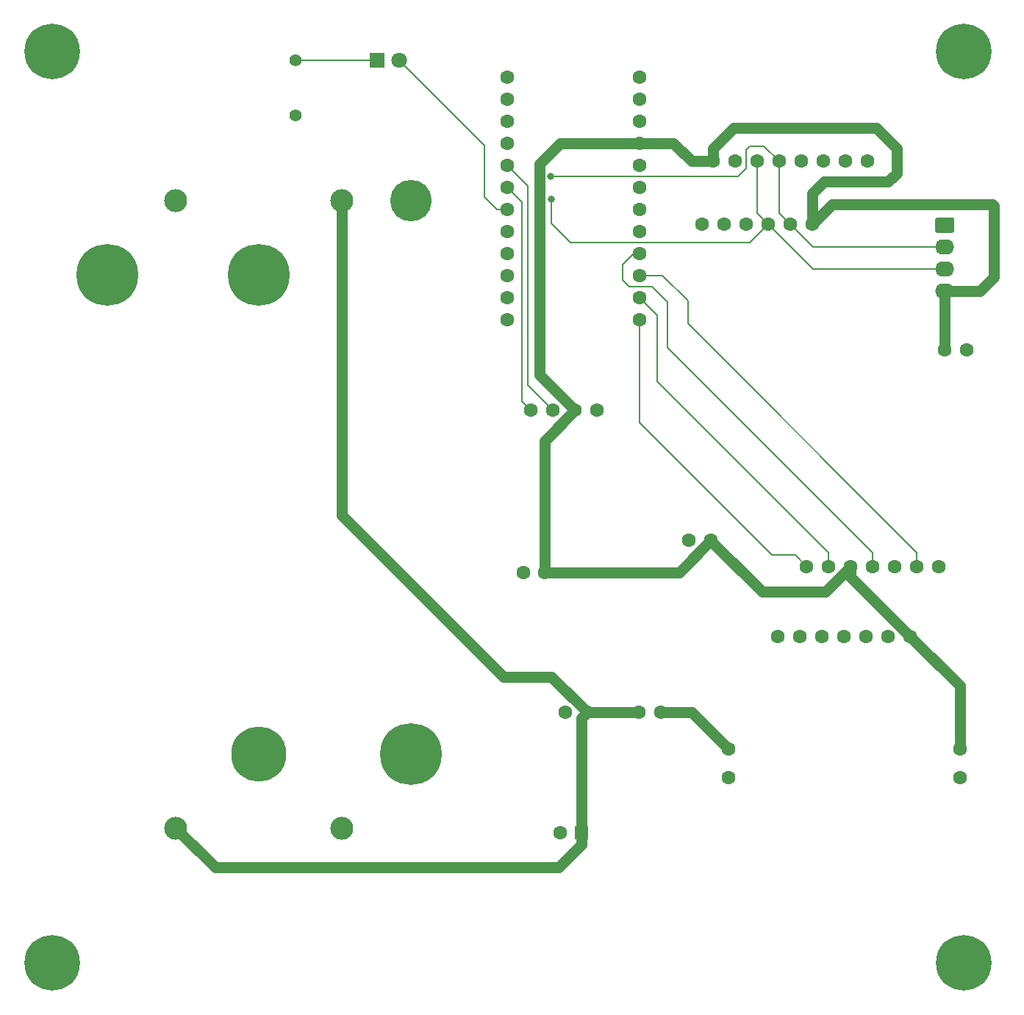
<source format=gbr>
G04 #@! TF.GenerationSoftware,KiCad,Pcbnew,(5.1.5)-3*
G04 #@! TF.CreationDate,2020-11-22T23:45:11-05:00*
G04 #@! TF.ProjectId,OceanSense,4f636561-6e53-4656-9e73-652e6b696361,rev?*
G04 #@! TF.SameCoordinates,Original*
G04 #@! TF.FileFunction,Copper,L1,Top*
G04 #@! TF.FilePolarity,Positive*
%FSLAX46Y46*%
G04 Gerber Fmt 4.6, Leading zero omitted, Abs format (unit mm)*
G04 Created by KiCad (PCBNEW (5.1.5)-3) date 2020-11-22 23:45:11*
%MOMM*%
%LPD*%
G04 APERTURE LIST*
%ADD10C,1.600200*%
%ADD11C,4.775200*%
%ADD12C,2.641600*%
%ADD13C,7.112000*%
%ADD14C,6.350000*%
%ADD15C,1.600000*%
%ADD16O,2.200000X1.740000*%
%ADD17C,0.100000*%
%ADD18C,6.400000*%
%ADD19C,1.422400*%
%ADD20C,1.800000*%
%ADD21R,1.800000X1.800000*%
%ADD22R,1.600000X1.600000*%
%ADD23C,0.800000*%
%ADD24C,1.270000*%
%ADD25C,0.508000*%
%ADD26C,0.203200*%
G04 APERTURE END LIST*
D10*
X25115000Y443875000D03*
X22575000Y443875000D03*
X41910000Y460629000D03*
X44450000Y460629000D03*
X46990000Y460629000D03*
X49530000Y460629000D03*
X52070000Y460629000D03*
X54610000Y460629000D03*
X57150000Y460629000D03*
D11*
X-3662000Y502814000D03*
D12*
X-11612200Y502814000D03*
X-30738400Y502814000D03*
X-30738400Y430551000D03*
X-11612200Y430551000D03*
D13*
X-38663200Y494305000D03*
X-21188000Y494305000D03*
X-3662000Y439060000D03*
D14*
X-21188000Y439060000D03*
D10*
X22620000Y517065000D03*
X22620000Y514525000D03*
X22620000Y511985000D03*
X22620000Y509445000D03*
X22620000Y506905000D03*
X22620000Y504365000D03*
X22620000Y501825000D03*
X22620000Y499285000D03*
X22620000Y496745000D03*
X22620000Y494205000D03*
X22620000Y491665000D03*
X22620000Y489125000D03*
X7380000Y489125000D03*
X7380000Y491665000D03*
X7380000Y494205000D03*
X7380000Y496745000D03*
X7380000Y499285000D03*
X7380000Y501825000D03*
X7380000Y504365000D03*
X7380000Y506905000D03*
X7380000Y509445000D03*
X7380000Y511985000D03*
X7380000Y514525000D03*
X7380000Y517065000D03*
X48890000Y507380000D03*
X46350000Y507380000D03*
X43810000Y507380000D03*
X41270000Y507380000D03*
X38730000Y507380000D03*
X36190000Y507380000D03*
X33650000Y507380000D03*
X31110000Y507380000D03*
X29845000Y500126000D03*
X32385000Y500126000D03*
X34925000Y500126000D03*
X37465000Y500126000D03*
X40005000Y500126000D03*
X42545000Y500126000D03*
X10160000Y478663000D03*
X12700000Y478663000D03*
X15240000Y478663000D03*
X17780000Y478663000D03*
X53848000Y452628000D03*
X51308000Y452628000D03*
X48768000Y452628000D03*
X46228000Y452628000D03*
X43688000Y452628000D03*
X41148000Y452628000D03*
X38608000Y452628000D03*
X59563000Y436397400D03*
X59563000Y439648600D03*
X32893000Y436397400D03*
X32893000Y439648600D03*
D15*
X60300000Y485600000D03*
X57800000Y485600000D03*
D16*
X57800000Y492380000D03*
X57800000Y494920000D03*
X57800000Y497460000D03*
G04 #@! TA.AperFunction,ComponentPad*
D17*
G36*
X58674505Y500868796D02*
G01*
X58698773Y500865196D01*
X58722572Y500859235D01*
X58745671Y500850970D01*
X58767850Y500840480D01*
X58788893Y500827868D01*
X58808599Y500813253D01*
X58826777Y500796777D01*
X58843253Y500778599D01*
X58857868Y500758893D01*
X58870480Y500737850D01*
X58880970Y500715671D01*
X58889235Y500692572D01*
X58895196Y500668773D01*
X58898796Y500644505D01*
X58900000Y500620001D01*
X58900000Y499379999D01*
X58898796Y499355495D01*
X58895196Y499331227D01*
X58889235Y499307428D01*
X58880970Y499284329D01*
X58870480Y499262150D01*
X58857868Y499241107D01*
X58843253Y499221401D01*
X58826777Y499203223D01*
X58808599Y499186747D01*
X58788893Y499172132D01*
X58767850Y499159520D01*
X58745671Y499149030D01*
X58722572Y499140765D01*
X58698773Y499134804D01*
X58674505Y499131204D01*
X58650001Y499130000D01*
X56949999Y499130000D01*
X56925495Y499131204D01*
X56901227Y499134804D01*
X56877428Y499140765D01*
X56854329Y499149030D01*
X56832150Y499159520D01*
X56811107Y499172132D01*
X56791401Y499186747D01*
X56773223Y499203223D01*
X56756747Y499221401D01*
X56742132Y499241107D01*
X56729520Y499262150D01*
X56719030Y499284329D01*
X56710765Y499307428D01*
X56704804Y499331227D01*
X56701204Y499355495D01*
X56700000Y499379999D01*
X56700000Y500620001D01*
X56701204Y500644505D01*
X56704804Y500668773D01*
X56710765Y500692572D01*
X56719030Y500715671D01*
X56729520Y500737850D01*
X56742132Y500758893D01*
X56756747Y500778599D01*
X56773223Y500796777D01*
X56791401Y500813253D01*
X56811107Y500827868D01*
X56832150Y500840480D01*
X56854329Y500850970D01*
X56877428Y500859235D01*
X56901227Y500865196D01*
X56925495Y500868796D01*
X56949999Y500870000D01*
X58650001Y500870000D01*
X58674505Y500868796D01*
G37*
G04 #@! TD.AperFunction*
D18*
X-45000000Y520000000D03*
X60000000Y415000000D03*
X-45000000Y415000000D03*
X60000000Y520000000D03*
D19*
X-17000000Y512650000D03*
X-17000000Y519000000D03*
D20*
X-5035000Y519000000D03*
D21*
X-7575000Y519000000D03*
D22*
X16000000Y430000000D03*
D15*
X13500000Y430000000D03*
X16637000Y443865000D03*
X14137000Y443865000D03*
X28361000Y463677000D03*
X30861000Y463677000D03*
X11750000Y460000000D03*
X9250000Y460000000D03*
D23*
X12400000Y505600000D03*
X12500000Y503000000D03*
D24*
X27184000Y460000000D02*
X30861000Y463677000D01*
X11750000Y460000000D02*
X27184000Y460000000D01*
X11750000Y475173000D02*
X15240000Y478663000D01*
X11750000Y460000000D02*
X11750000Y475173000D01*
X31110000Y507380000D02*
X28620000Y507380000D01*
X26555000Y509445000D02*
X22620000Y509445000D01*
X28620000Y507380000D02*
X26555000Y509445000D01*
X57800000Y486731370D02*
X57800000Y492380000D01*
X57800000Y485600000D02*
X57800000Y486731370D01*
X44111000Y457750000D02*
X46990000Y460629000D01*
X36775000Y457750000D02*
X44111000Y457750000D01*
D25*
X30861000Y463677000D02*
X30861000Y463664000D01*
D24*
X30861000Y463664000D02*
X36775000Y457750000D01*
X44819000Y502400000D02*
X42545000Y500126000D01*
X61880000Y492380000D02*
X63500000Y494000000D01*
X57800000Y492380000D02*
X61880000Y492380000D01*
X63500000Y494000000D02*
X63500000Y502200000D01*
X63500000Y502200000D02*
X63300000Y502400000D01*
X63300000Y502400000D02*
X44819000Y502400000D01*
X31110000Y508810000D02*
X31110000Y507380000D01*
X49875000Y511200000D02*
X33500000Y511200000D01*
X33500000Y511200000D02*
X31110000Y508810000D01*
X52275000Y508800000D02*
X49875000Y511200000D01*
X42545000Y503645000D02*
X43900000Y505000000D01*
X42545000Y500126000D02*
X42545000Y503645000D01*
X43900000Y505000000D02*
X51275000Y505000000D01*
X51275000Y505000000D02*
X52275000Y506000000D01*
X52275000Y506000000D02*
X52275000Y508800000D01*
X13520000Y509445000D02*
X22620000Y509445000D01*
X11125000Y507050000D02*
X13520000Y509445000D01*
X15240000Y478663000D02*
X11125000Y482778000D01*
X11125000Y482778000D02*
X11125000Y507050000D01*
X59563000Y446913000D02*
X53848000Y452628000D01*
X59563000Y439648600D02*
X59563000Y446913000D01*
X46990000Y459486000D02*
X53848000Y452628000D01*
X46990000Y460629000D02*
X46990000Y459486000D01*
D26*
X38730000Y501401000D02*
X40005000Y500126000D01*
X38730000Y507380000D02*
X38730000Y501401000D01*
X42671000Y497460000D02*
X40005000Y500126000D01*
X57800000Y497460000D02*
X42671000Y497460000D01*
X9800000Y504485000D02*
X7380000Y506905000D01*
X12700000Y478663000D02*
X9800000Y481563000D01*
X9800000Y481563000D02*
X9800000Y504485000D01*
X12965685Y505600000D02*
X12400000Y505600000D01*
X36996611Y509113389D02*
X35338389Y509113389D01*
X38730000Y507380000D02*
X36996611Y509113389D01*
X35338389Y509113389D02*
X34925000Y508700000D01*
X34000000Y505600000D02*
X12965685Y505600000D01*
X34925000Y506525000D02*
X34000000Y505600000D01*
X34925000Y508700000D02*
X34925000Y506525000D01*
X36190000Y501401000D02*
X37465000Y500126000D01*
X36190000Y507380000D02*
X36190000Y501401000D01*
X10160000Y478663000D02*
X9073000Y479750000D01*
X9073000Y502672000D02*
X7380000Y504365000D01*
X9073000Y479750000D02*
X9073000Y502672000D01*
X37465000Y500126000D02*
X35339000Y498000000D01*
X14700000Y498000000D02*
X12500000Y500200000D01*
X35339000Y498000000D02*
X14700000Y498000000D01*
X12500000Y500200000D02*
X12500000Y503000000D01*
X42671000Y494920000D02*
X37465000Y500126000D01*
X57800000Y494920000D02*
X42671000Y494920000D01*
X24700000Y489585000D02*
X22620000Y491665000D01*
X24700000Y482025000D02*
X24700000Y489585000D01*
X44450000Y460629000D02*
X44450000Y462275000D01*
X44450000Y462275000D02*
X24700000Y482025000D01*
X28200000Y491300000D02*
X25295000Y494205000D01*
X28200000Y488700000D02*
X28200000Y491300000D01*
X25295000Y494205000D02*
X22620000Y494205000D01*
X54610000Y460629000D02*
X54610000Y462290000D01*
X54610000Y462290000D02*
X28200000Y488700000D01*
X21945000Y496745000D02*
X22620000Y496745000D01*
X24050000Y492950000D02*
X21450000Y492950000D01*
X20700000Y493700000D02*
X20700000Y495500000D01*
X49525000Y460634000D02*
X49525000Y462275000D01*
X21450000Y492950000D02*
X20700000Y493700000D01*
X49530000Y460629000D02*
X49525000Y460634000D01*
X20700000Y495500000D02*
X21945000Y496745000D01*
X25900000Y485900000D02*
X25900000Y491100000D01*
X49525000Y462275000D02*
X25900000Y485900000D01*
X25900000Y491100000D02*
X24050000Y492950000D01*
X22620000Y477280000D02*
X22620000Y489125000D01*
X37925000Y461975000D02*
X22620000Y477280000D01*
X41910000Y460629000D02*
X40564000Y461975000D01*
X40564000Y461975000D02*
X37925000Y461975000D01*
D24*
X13308000Y426000000D02*
X16000000Y428692000D01*
X-26187400Y426000000D02*
X13308000Y426000000D01*
X16000000Y428692000D02*
X16000000Y430000000D01*
X-30738400Y430551000D02*
X-26187400Y426000000D01*
X-11612200Y502814000D02*
X-11612200Y466612200D01*
X-11612200Y466612200D02*
X7000000Y448000000D01*
X12502000Y448000000D02*
X16637000Y443865000D01*
X7000000Y448000000D02*
X12502000Y448000000D01*
X16000000Y443228000D02*
X16637000Y443865000D01*
X16000000Y430000000D02*
X16000000Y443228000D01*
X22565000Y443865000D02*
X22575000Y443875000D01*
X16637000Y443865000D02*
X22565000Y443865000D01*
D26*
X4825000Y509140000D02*
X-5035000Y519000000D01*
X7380000Y501825000D02*
X6248488Y501825000D01*
X4825000Y503248488D02*
X4825000Y509140000D01*
X6248488Y501825000D02*
X4825000Y503248488D01*
X-17000000Y519000000D02*
X-7575000Y519000000D01*
D24*
X28666600Y443875000D02*
X32893000Y439648600D01*
X25115000Y443875000D02*
X28666600Y443875000D01*
M02*

</source>
